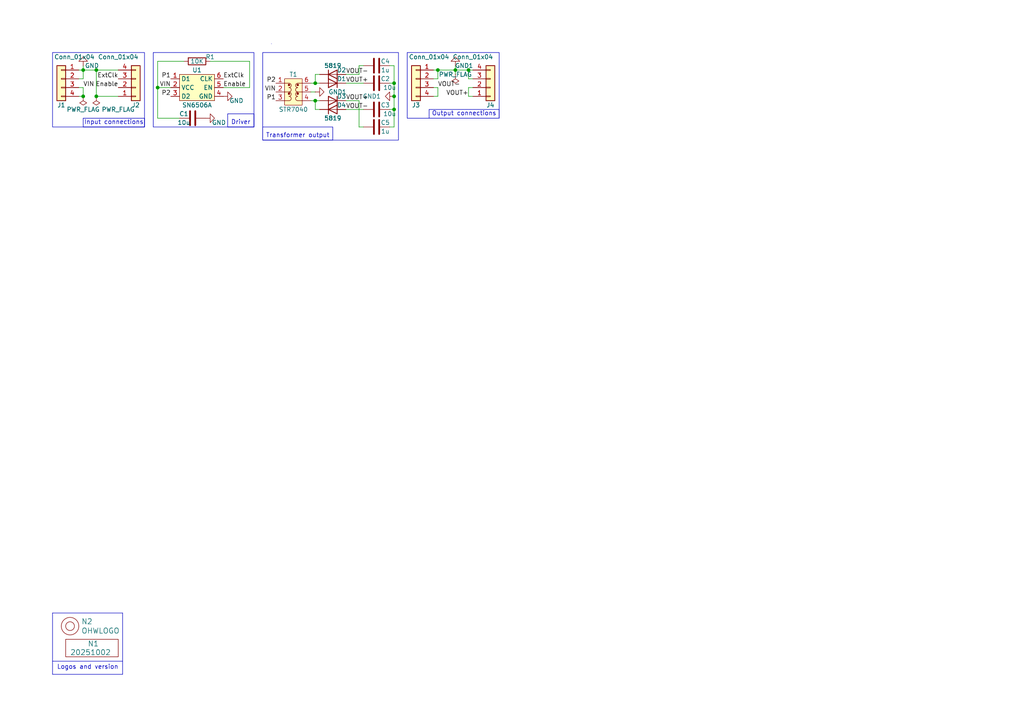
<source format=kicad_sch>
(kicad_sch (version 20250114) (generator "eeschema") (generator_version "9.0")
  (paper "A4")
  (lib_symbols
    (symbol "Connector_Generic:Conn_01x04" (pin_names (offset 1.016) (hide yes))
      (property "Reference" "J" (at 0 5.08 0))
      (property "Value" "Conn_01x04" (at 0 -7.62 0))
      (symbol "Conn_01x04_1_1"
        (rectangle (start -1.27 3.81) (end 1.27 -6.35) (stroke (width 0.254)) (fill (type background)))
        (rectangle (start -1.27 2.667) (end 0 2.413) (stroke (width 0.1524)))
        (rectangle (start -1.27 0.127) (end 0 -0.127) (stroke (width 0.1524)))
        (rectangle (start -1.27 -2.413) (end 0 -2.667) (stroke (width 0.1524)))
        (rectangle (start -1.27 -4.953) (end 0 -5.207) (stroke (width 0.1524)))
        (pin passive line (at -5.08 2.54 0) (length 3.81) (name "Pin_1") (number "1"))
        (pin passive line (at -5.08 0 0) (length 3.81) (name "Pin_2") (number "2"))
        (pin passive line (at -5.08 -2.54 0) (length 3.81) (name "Pin_3") (number "3"))
        (pin passive line (at -5.08 -5.08 0) (length 3.81) (name "Pin_4") (number "4"))
      )
    )
    (symbol "Device:C" (pin_numbers (hide yes)) (pin_names (offset 0.254))
      (property "Reference" "C" (at 0.635 2.54 0))
      (property "Value" "C" (at 0.635 -2.54 0))
      (symbol "C_0_1"
        (polyline (pts (xy -2.032 0.762) (xy 2.032 0.762)) (stroke (width 0.508)))
        (polyline (pts (xy -2.032 -0.762) (xy 2.032 -0.762)) (stroke (width 0.508)))
      )
      (symbol "C_1_1"
        (pin passive line (at 0 3.81 270) (length 2.794) (name "~") (number "1"))
        (pin passive line (at 0 -3.81 90) (length 2.794) (name "~") (number "2"))
      )
    )
    (symbol "Device:D" (pin_numbers (hide yes)) (pin_names (offset 1.016) (hide yes))
      (property "Reference" "D" (at 0 2.54 0))
      (property "Value" "D" (at 0 -2.54 0))
      (symbol "D_0_1"
        (polyline (pts (xy -1.27 1.27) (xy -1.27 -1.27)) (stroke (width 0.254)))
        (polyline (pts (xy 1.27 1.27) (xy 1.27 -1.27) (xy -1.27 0) (xy 1.27 1.27)) (stroke (width 0.254)))
        (polyline (pts (xy 1.27 0) (xy -1.27 0)))
      )
      (symbol "D_1_1"
        (pin passive line (at -3.81 0 0) (length 2.54) (name "K") (number "1"))
        (pin passive line (at 3.81 0 180) (length 2.54) (name "A") (number "2"))
      )
    )
    (symbol "Device:R" (pin_numbers (hide yes)) (pin_names (offset 0))
      (property "Reference" "R" (at 2.032 0 90))
      (property "Value" "R" (at 0 0 90))
      (symbol "R_0_1"
        (rectangle (start -1.016 -2.54) (end 1.016 2.54) (stroke (width 0.254)))
      )
      (symbol "R_1_1"
        (pin passive line (at 0 3.81 270) (length 1.27) (name "~") (number "1"))
        (pin passive line (at 0 -3.81 90) (length 1.27) (name "~") (number "2"))
      )
    )
    (symbol "SquantorLabels:OHWLOGO" (pin_names (offset 1.016))
      (property "Reference" "N" (at 0 3.81 0))
      (property "Value" "OHWLOGO" (at 0 -3.81 0))
      (symbol "OHWLOGO_0_1"
        (circle (center 0 0) (radius 1.27))
        (circle (center 0 0) (radius 2.54))
      )
    )
    (symbol "SquantorLabels:VYYYYMMDD" (pin_names (offset 1.016))
      (property "Reference" "N" (at 0 2.54 0))
      (property "Value" "VYYYYMMDD" (at 0 0 0))
      (symbol "VYYYYMMDD_0_1"
        (rectangle (start 7.62 -1.27) (end -7.62 3.81))
      )
    )
    (symbol "SquantorTexasInstruments:SN6506"
      (property "Reference" "U" (at 0 5.08 0))
      (symbol "SN6506_1_1"
        (rectangle (start -5.08 3.81) (end 5.08 -3.81) (fill (type background)))
        (pin input line (at -7.62 2.54 0) (length 2.54) (name "D1") (number "1"))
        (pin power_in line (at -7.62 0 0) (length 2.54) (name "VCC") (number "2"))
        (pin input line (at -7.62 -2.54 0) (length 2.54) (name "D2") (number "3"))
        (pin input line (at 7.62 2.54 180) (length 2.54) (name "CLK") (number "6"))
        (pin input line (at 7.62 0 180) (length 2.54) (name "EN") (number "5"))
        (pin power_in line (at 7.62 -2.54 180) (length 2.54) (name "GND") (number "4"))
      )
    )
    (symbol "SquantorTransformer:PushPull_6pin" (pin_names (hide yes))
      (property "Reference" "T" (at 0 5.08 0))
      (symbol "PushPull_6pin_1_1"
        (rectangle (start -2.54 3.81) (end 2.54 -3.81) (fill (type background)))
        (polyline (pts (xy -2.54 2.54) (xy -1.27 2.54)))
        (polyline (pts (xy -2.54 0) (xy -1.27 0)))
        (polyline (pts (xy -2.54 -2.54) (xy -1.27 -2.54)))
        (circle (center -1.27 2.032) (radius 0.254) (fill (type outline)))
        (arc (start -1.27 2.54) (mid -0.635 1.905) (end -1.27 1.27))
        (arc (start -1.27 1.27) (mid -0.635 0.635) (end -1.27 0))
        (circle (center -1.27 -0.508) (radius 0.254) (fill (type outline)))
        (arc (start -1.27 0) (mid -0.635 -0.635) (end -1.27 -1.27))
        (arc (start -1.27 -1.27) (mid -0.635 -1.905) (end -1.27 -2.54))
        (circle (center 1.27 2.032) (radius 0.254) (fill (type outline)))
        (arc (start 1.27 1.27) (mid 0.635 1.905) (end 1.27 2.54))
        (arc (start 1.27 0) (mid 0.635 0.635) (end 1.27 1.27))
        (circle (center 1.27 -0.508) (radius 0.254) (fill (type outline)))
        (arc (start 1.27 -1.27) (mid 0.635 -0.635) (end 1.27 0))
        (arc (start 1.27 -2.54) (mid 0.635 -1.905) (end 1.27 -1.27))
        (polyline (pts (xy 2.54 2.54) (xy 1.27 2.54)))
        (polyline (pts (xy 2.54 0) (xy 1.27 0)))
        (polyline (pts (xy 2.54 -2.54) (xy 1.27 -2.54)))
        (pin passive line (at -5.08 2.54 0) (length 2.54) (name "N1_1") (number "1"))
        (pin passive line (at -5.08 0 0) (length 2.54) (name "N1_2") (number "2"))
        (pin passive line (at -5.08 -2.54 0) (length 2.54) (name "N1_3") (number "3"))
        (pin passive line (at 5.08 2.54 180) (length 2.54) (name "N2_1") (number "6"))
        (pin passive line (at 5.08 0 180) (length 2.54) (name "N2_2") (number "5"))
        (pin passive line (at 5.08 -2.54 180) (length 2.54) (name "N2_3") (number "4"))
      )
    )
    (symbol "power:GND" (power) (pin_numbers (hide yes)) (pin_names (offset 0) (hide yes))
      (property "Value" "GND" (at 0 -3.81 0))
      (symbol "GND_0_1"
        (polyline (pts (xy 0 0) (xy 0 -1.27) (xy 1.27 -1.27) (xy 0 -2.54) (xy -1.27 -1.27) (xy 0 -1.27)))
      )
      (symbol "GND_1_1"
        (pin power_in line (at 0 0 270) (length 0) (name "~") (number "1"))
      )
    )
    (symbol "power:GND1" (power) (pin_numbers (hide yes)) (pin_names (offset 0) (hide yes))
      (property "Value" "GND1" (at 0 -3.81 0))
      (symbol "GND1_0_1"
        (polyline (pts (xy 0 0) (xy 0 -1.27) (xy 1.27 -1.27) (xy 0 -2.54) (xy -1.27 -1.27) (xy 0 -1.27)))
      )
      (symbol "GND1_1_1"
        (pin power_in line (at 0 0 270) (length 0) (name "~") (number "1"))
      )
    )
    (symbol "power:PWR_FLAG" (power) (pin_numbers (hide yes)) (pin_names (offset 0) (hide yes))
      (property "Value" "PWR_FLAG" (at 0 3.81 0))
      (symbol "PWR_FLAG_0_0"
        (pin power_out line (at 0 0 90) (length 0) (name "~") (number "1"))
      )
      (symbol "PWR_FLAG_0_1"
        (polyline (pts (xy 0 0) (xy 0 1.27) (xy -1.016 1.905) (xy 0 2.54) (xy 1.016 1.905) (xy 0 1.27)))
      )
    )
  )
  (rectangle (start 44.45 15.24) (end 73.66 36.83))
  (rectangle (start 24.13 34.29) (end 41.91 36.83))
  (rectangle (start 76.2 36.83) (end 96.52 40.64))
  (rectangle (start 66.04 33.02) (end 73.66 36.83))
  (rectangle (start 76.2 15.24) (end 115.57 40.64))
  (rectangle (start 124.46 31.75) (end 144.78 34.29))
  (rectangle (start 15.24 15.24) (end 41.91 36.83))
  (rectangle (start 78.74 12.7) (end 78.74 12.7))
  (rectangle (start 118.11 15.24) (end 144.78 34.29))
  (text "Output connections" (at 134.62 33.02 0) (effects (font (size 1.27 1.27))))
  (text "Driver" (at 69.85 35.56 0) (effects (font (size 1.27 1.27))))
  (text "Logos and version" (at 16.51 194.31 0) (effects (font (size 1.27 1.27)) (justify left bottom)))
  (text "Transformer output" (at 86.36 39.37 0) (effects (font (size 1.27 1.27))))
  (text "Input connections" (at 33.02 35.56 0) (effects (font (size 1.27 1.27))))
  (junction (at 27.94 20.32))
  (junction (at 114.3 31.75))
  (junction (at 27.94 27.94))
  (junction (at 24.13 27.94))
  (junction (at 114.3 24.13))
  (junction (at 135.89 20.32))
  (junction (at 127 20.32))
  (junction (at 91.44 24.13))
  (junction (at 132.08 20.32))
  (junction (at 91.44 29.21))
  (junction (at 114.3 27.94))
  (junction (at 24.13 20.32))
  (junction (at 45.72 25.4))
  (wire (pts (xy 45.72 25.4) (xy 45.72 17.78)))
  (wire (pts (xy 104.14 19.05) (xy 104.14 21.59)))
  (wire (pts (xy 52.07 34.29) (xy 45.72 34.29)))
  (wire (pts (xy 137.16 25.4) (xy 135.89 25.4)))
  (wire (pts (xy 113.03 36.83) (xy 114.3 36.83)))
  (wire (pts (xy 100.33 24.13) (xy 105.41 24.13)))
  (polyline (pts (xy 15.24 177.8) (xy 15.24 195.58)))
  (polyline (pts (xy 35.56 177.8) (xy 15.24 177.8)))
  (wire (pts (xy 135.89 27.94) (xy 137.16 27.94)))
  (wire (pts (xy 127 25.4) (xy 127 27.94)))
  (wire (pts (xy 135.89 22.86) (xy 135.89 20.32)))
  (wire (pts (xy 72.39 25.4) (xy 72.39 17.78)))
  (wire (pts (xy 90.17 24.13) (xy 91.44 24.13)))
  (wire (pts (xy 49.53 25.4) (xy 45.72 25.4)))
  (wire (pts (xy 114.3 24.13) (xy 114.3 27.94)))
  (wire (pts (xy 27.94 27.94) (xy 34.29 27.94)))
  (wire (pts (xy 105.41 19.05) (xy 104.14 19.05)))
  (wire (pts (xy 45.72 17.78) (xy 53.34 17.78)))
  (wire (pts (xy 104.14 36.83) (xy 105.41 36.83)))
  (wire (pts (xy 24.13 20.32) (xy 24.13 22.86)))
  (wire (pts (xy 113.03 19.05) (xy 114.3 19.05)))
  (wire (pts (xy 91.44 24.13) (xy 91.44 21.59)))
  (wire (pts (xy 132.08 20.32) (xy 132.08 21.59)))
  (wire (pts (xy 91.44 24.13) (xy 92.71 24.13)))
  (wire (pts (xy 72.39 17.78) (xy 60.96 17.78)))
  (wire (pts (xy 100.33 31.75) (xy 105.41 31.75)))
  (wire (pts (xy 125.73 20.32) (xy 127 20.32)))
  (wire (pts (xy 91.44 29.21) (xy 92.71 29.21)))
  (wire (pts (xy 27.94 20.32) (xy 27.94 27.94)))
  (wire (pts (xy 64.77 25.4) (xy 72.39 25.4)))
  (wire (pts (xy 22.86 20.32) (xy 24.13 20.32)))
  (wire (pts (xy 132.08 20.32) (xy 135.89 20.32)))
  (wire (pts (xy 113.03 24.13) (xy 114.3 24.13)))
  (wire (pts (xy 92.71 31.75) (xy 91.44 31.75)))
  (wire (pts (xy 137.16 22.86) (xy 135.89 22.86)))
  (wire (pts (xy 135.89 20.32) (xy 137.16 20.32)))
  (wire (pts (xy 22.86 22.86) (xy 24.13 22.86)))
  (wire (pts (xy 113.03 31.75) (xy 114.3 31.75)))
  (wire (pts (xy 24.13 27.94) (xy 24.13 25.4)))
  (wire (pts (xy 24.13 19.05) (xy 24.13 20.32)))
  (wire (pts (xy 91.44 29.21) (xy 91.44 31.75)))
  (wire (pts (xy 24.13 20.32) (xy 27.94 20.32)))
  (wire (pts (xy 22.86 27.94) (xy 24.13 27.94)))
  (polyline (pts (xy 35.56 195.58) (xy 35.56 177.8)))
  (wire (pts (xy 45.72 34.29) (xy 45.72 25.4)))
  (polyline (pts (xy 15.24 195.58) (xy 35.56 195.58)))
  (wire (pts (xy 100.33 21.59) (xy 104.14 21.59)))
  (wire (pts (xy 114.3 19.05) (xy 114.3 24.13)))
  (wire (pts (xy 135.89 25.4) (xy 135.89 27.94)))
  (wire (pts (xy 90.17 26.67) (xy 91.44 26.67)))
  (wire (pts (xy 132.08 20.32) (xy 132.08 19.05)))
  (wire (pts (xy 125.73 27.94) (xy 127 27.94)))
  (wire (pts (xy 100.33 29.21) (xy 104.14 29.21)))
  (wire (pts (xy 104.14 29.21) (xy 104.14 36.83)))
  (wire (pts (xy 114.3 27.94) (xy 114.3 31.75)))
  (wire (pts (xy 125.73 25.4) (xy 127 25.4)))
  (wire (pts (xy 22.86 25.4) (xy 24.13 25.4)))
  (wire (pts (xy 127 20.32) (xy 132.08 20.32)))
  (wire (pts (xy 114.3 36.83) (xy 114.3 31.75)))
  (wire (pts (xy 90.17 29.21) (xy 91.44 29.21)))
  (polyline (pts (xy 15.24 191.77) (xy 35.56 191.77)))
  (wire (pts (xy 125.73 22.86) (xy 127 22.86)))
  (wire (pts (xy 91.44 21.59) (xy 92.71 21.59)))
  (wire (pts (xy 34.29 20.32) (xy 27.94 20.32)))
  (wire (pts (xy 127 22.86) (xy 127 20.32)))
  (label "ExtClk" (at 34.29 22.86 180))
  (label "VIN" (at 24.13 25.4 0))
  (label "P2" (at 80.01 24.13 180))
  (label "VIN" (at 49.53 25.4 180))
  (label "ExtClk" (at 64.77 22.86 0))
  (label "P1" (at 49.53 22.86 180))
  (label "P1" (at 80.01 29.21 180))
  (label "VOUT+" (at 135.89 27.94 180))
  (label "VIN" (at 80.01 26.67 180))
  (label "Enable" (at 64.77 25.4 0))
  (label "P2" (at 49.53 27.94 180))
  (label "VOUT-" (at 100.33 31.75 0))
  (label "VOUT+" (at 100.33 29.21 0))
  (label "VOUT+" (at 100.33 24.13 0))
  (label "VOUT-" (at 127 25.4 0))
  (label "Enable" (at 34.29 25.4 180))
  (label "VOUT-" (at 100.33 21.59 0))
  (symbol (lib_id "SquantorLabels:VYYYYMMDD") (at 26.67 189.23 0) (unit 1)
    (property "Reference" "N1" (at 25.4 186.69 0) (effects (font (size 1.524 1.524)) (justify left)))
    (property "Value" "20251002" (at 20.32 189.23 0) (effects (font (size 1.524 1.524)) (justify left)))
    (property "Footprint" "SquantorLabels:Label_Generic" (effects (hide yes)))
  )
  (symbol (lib_id "SquantorLabels:OHWLOGO") (at 20.32 181.61 0) (unit 1)
    (property "Reference" "N2" (at 23.5712 180.2638 0) (effects (font (size 1.524 1.524)) (justify left)))
    (property "Value" "OHWLOGO" (at 23.5712 182.9562 0) (effects (font (size 1.524 1.524)) (justify left)))
    (property "Footprint" "Symbol:OSHW-Symbol_6.7x6mm_SilkScreen" (effects (hide yes)))
  )
  (symbol (lib_id "power:GND") (at 64.77 27.94 90) (unit 1)
    (property "Reference" "#PWR03" (effects (hide yes)))
    (property "Value" "GND" (at 68.58 29.21 90))
    (property "Description" "Power symbol creates a global label with name \"GND\" , ground" (effects (hide yes)))
  )
  (symbol (lib_id "power:GND") (at 24.13 19.05 180) (unit 1)
    (property "Reference" "#PWR01" (effects (hide yes)))
    (property "Value" "GND" (at 26.67 19.05 0))
    (property "Description" "Power symbol creates a global label with name \"GND\" , ground" (effects (hide yes)))
  )
  (symbol (lib_id "Device:D") (at 96.52 24.13 180) (unit 1)
    (property "Reference" "D1" (at 99.06 22.86 0))
    (property "Value" "5819" (at 96.52 19.05 0))
    (property "Footprint" "SquantorDiodes:SOD-323HE-shikues" (effects (hide yes)))
    (property "Description" "Diode" (effects (hide yes)))
    (property "Sim.Device" "D" (effects (hide yes)))
    (property "Sim.Pins" "1=K 2=A" (effects (hide yes)))
  )
  (symbol (lib_id "Device:R") (at 57.15 17.78 90) (unit 1)
    (property "Reference" "R1" (at 60.96 16.51 90))
    (property "Value" "10K" (at 57.15 17.78 90))
    (property "Footprint" "SquantorResistor:R_0603_hand" (effects (hide yes)))
    (property "Description" "Resistor" (effects (hide yes)))
  )
  (symbol (lib_id "Connector_Generic:Conn_01x04") (at 142.24 25.4 0) (mirror x) (unit 1)
    (property "Reference" "J4" (at 142.24 30.48 0))
    (property "Value" "Conn_01x04" (at 137.16 16.51 0))
    (property "Footprint" "SquantorConnectors:Header-0254-1X04-H010" (effects (hide yes)))
    (property "Description" "Generic connector, single row, 01x04, script generated (kicad-library-utils/schlib/autogen/connector/)" (effects (hide yes)))
  )
  (symbol (lib_id "Connector_Generic:Conn_01x04") (at 120.65 22.86 0) (mirror y) (unit 1)
    (property "Reference" "J3" (at 120.65 30.48 0))
    (property "Value" "Conn_01x04" (at 124.46 16.51 0))
    (property "Footprint" "SquantorConnectors:Header-0254-1X04-H010" (effects (hide yes)))
    (property "Description" "Generic connector, single row, 01x04, script generated (kicad-library-utils/schlib/autogen/connector/)" (effects (hide yes)))
  )
  (symbol (lib_id "SquantorTexasInstruments:SN6506") (at 57.15 25.4 0) (unit 1)
    (property "Reference" "U1" (at 57.15 20.32 0))
    (property "Value" "SN6506A" (at 57.15 30.48 0))
    (property "Footprint" "SquantorIC:SOT23-6-TI" (effects (hide yes)))
  )
  (symbol (lib_id "power:GND1") (at 91.44 26.67 90) (unit 1)
    (property "Reference" "#PWR04" (effects (hide yes)))
    (property "Value" "GND1" (at 95.25 26.6699 90) (effects (justify right)))
    (property "Description" "Power symbol creates a global label with name \"GND1\" , ground" (effects (hide yes)))
  )
  (symbol (lib_id "power:GND1") (at 132.08 19.05 0) (mirror x) (unit 1)
    (property "Reference" "#PWR06" (effects (hide yes)))
    (property "Value" "GND1" (at 134.62 19.05 0))
    (property "Description" "Power symbol creates a global label with name \"GND1\" , ground" (effects (hide yes)))
  )
  (symbol (lib_id "Device:D") (at 96.52 21.59 0) (unit 1)
    (property "Reference" "D2" (at 99.06 20.32 0))
    (property "Value" "5819" (at 96.52 19.05 0))
    (property "Footprint" "SquantorDiodes:SOD-323HE-shikues" (effects (hide yes)))
    (property "Description" "Diode" (effects (hide yes)))
    (property "Sim.Device" "D" (effects (hide yes)))
    (property "Sim.Pins" "1=K 2=A" (effects (hide yes)))
  )
  (symbol (lib_id "Device:D") (at 96.52 31.75 0) (unit 1)
    (property "Reference" "D4" (at 99.06 30.48 0))
    (property "Value" "5819" (at 96.52 34.29 0))
    (property "Footprint" "SquantorDiodes:SOD-323HE-shikues" (effects (hide yes)))
    (property "Description" "Diode" (effects (hide yes)))
    (property "Sim.Device" "D" (effects (hide yes)))
    (property "Sim.Pins" "1=K 2=A" (effects (hide yes)))
  )
  (symbol (lib_id "power:GND1") (at 114.3 27.94 270) (unit 1)
    (property "Reference" "#PWR05" (effects (hide yes)))
    (property "Value" "GND1" (at 110.49 27.9399 90) (effects (justify right)))
    (property "Description" "Power symbol creates a global label with name \"GND1\" , ground" (effects (hide yes)))
  )
  (symbol (lib_id "Device:C") (at 109.22 36.83 90) (unit 1)
    (property "Reference" "C5" (at 111.76 35.56 90))
    (property "Value" "1u" (at 111.76 38.1 90))
    (property "Footprint" "SquantorCapacitor:C_0603" (effects (hide yes)))
    (property "Description" "Unpolarized capacitor" (effects (hide yes)))
  )
  (symbol (lib_id "Device:C") (at 109.22 24.13 90) (unit 1)
    (property "Reference" "C2" (at 111.76 22.86 90))
    (property "Value" "10u" (at 113.03 25.4 90))
    (property "Footprint" "SquantorCapacitor:C_1206_0805" (effects (hide yes)))
    (property "Description" "Unpolarized capacitor" (effects (hide yes)))
  )
  (symbol (lib_id "Device:D") (at 96.52 29.21 180) (unit 1)
    (property "Reference" "D3" (at 99.06 27.94 0))
    (property "Value" "5819" (at 96.52 34.29 0))
    (property "Footprint" "SquantorDiodes:SOD-323HE-shikues" (effects (hide yes)))
    (property "Description" "Diode" (effects (hide yes)))
    (property "Sim.Device" "D" (effects (hide yes)))
    (property "Sim.Pins" "1=K 2=A" (effects (hide yes)))
  )
  (symbol (lib_id "SquantorTransformer:PushPull_6pin") (at 85.09 26.67 0) (unit 1)
    (property "Reference" "T1" (at 85.09 21.59 0))
    (property "Value" "STR7040" (at 85.09 31.75 0))
    (property "Footprint" "SquantorFangCheng:T-3_8W-6Pin_hand" (effects (hide yes)))
  )
  (symbol (lib_id "power:PWR_FLAG") (at 27.94 27.94 180) (unit 1)
    (property "Reference" "#FLG01" (effects (hide yes)))
    (property "Value" "PWR_FLAG" (at 34.29 31.75 0))
    (property "Description" "Special symbol for telling ERC where power comes from" (effects (hide yes)))
  )
  (symbol (lib_id "Device:C") (at 109.22 31.75 90) (unit 1)
    (property "Reference" "C3" (at 111.76 30.48 90))
    (property "Value" "10u" (at 113.03 33.02 90))
    (property "Footprint" "SquantorCapacitor:C_1206_0805" (effects (hide yes)))
    (property "Description" "Unpolarized capacitor" (effects (hide yes)))
  )
  (symbol (lib_id "power:PWR_FLAG") (at 24.13 27.94 0) (mirror x) (unit 1)
    (property "Reference" "#FLG02" (effects (hide yes)))
    (property "Value" "PWR_FLAG" (at 24.13 31.75 0))
    (property "Description" "Special symbol for telling ERC where power comes from" (effects (hide yes)))
  )
  (symbol (lib_id "power:GND") (at 59.69 34.29 90) (unit 1)
    (property "Reference" "#PWR02" (effects (hide yes)))
    (property "Value" "GND" (at 63.5 35.56 90))
    (property "Description" "Power symbol creates a global label with name \"GND\" , ground" (effects (hide yes)))
  )
  (symbol (lib_id "Device:C") (at 109.22 19.05 90) (unit 1)
    (property "Reference" "C4" (at 111.76 17.78 90))
    (property "Value" "1u" (at 111.76 20.32 90))
    (property "Footprint" "SquantorCapacitor:C_0603" (effects (hide yes)))
    (property "Description" "Unpolarized capacitor" (effects (hide yes)))
  )
  (symbol (lib_id "Connector_Generic:Conn_01x04") (at 39.37 25.4 0) (mirror x) (unit 1)
    (property "Reference" "J2" (at 39.37 30.48 0))
    (property "Value" "Conn_01x04" (at 34.29 16.51 0))
    (property "Footprint" "SquantorConnectors:Header-0254-1X04-H010" (effects (hide yes)))
    (property "Description" "Generic connector, single row, 01x04, script generated (kicad-library-utils/schlib/autogen/connector/)" (effects (hide yes)))
  )
  (symbol (lib_id "Connector_Generic:Conn_01x04") (at 17.78 22.86 0) (mirror y) (unit 1)
    (property "Reference" "J1" (at 17.78 30.48 0))
    (property "Value" "Conn_01x04" (at 21.59 16.51 0))
    (property "Footprint" "SquantorConnectors:Header-0254-1X04-H010" (effects (hide yes)))
    (property "Description" "Generic connector, single row, 01x04, script generated (kicad-library-utils/schlib/autogen/connector/)" (effects (hide yes)))
  )
  (symbol (lib_id "Device:C") (at 55.88 34.29 270) (unit 1)
    (property "Reference" "C1" (at 53.34 33.02 90))
    (property "Value" "10u" (at 53.34 35.56 90))
    (property "Footprint" "SquantorCapacitor:C_1206_0805" (effects (hide yes)))
    (property "Description" "Unpolarized capacitor" (effects (hide yes)))
  )
  (symbol (lib_id "power:PWR_FLAG") (at 132.08 21.59 180) (unit 1)
    (property "Reference" "#FLG03" (effects (hide yes)))
    (property "Value" "PWR_FLAG" (at 132.08 21.59 0))
    (property "Description" "Special symbol for telling ERC where power comes from" (effects (hide yes)))
  )
)
</source>
